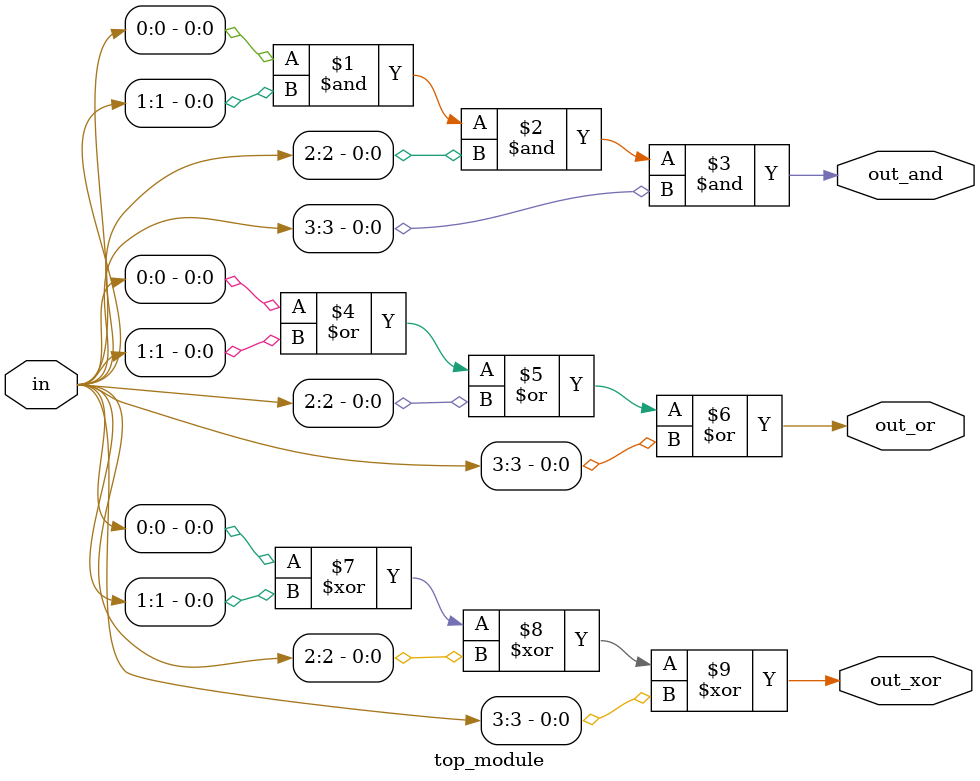
<source format=v>
module top_module( 
    input [3:0] in,
    output out_and,
    output out_or,
    output out_xor
);
    assign out_and = in[0]&in[1]&in[2]&in[3];
    assign out_or = in[0]|in[1]|in[2]|in[3];
    assign out_xor = in[0]^in[1]^in[2]^in[3];
endmodule

</source>
